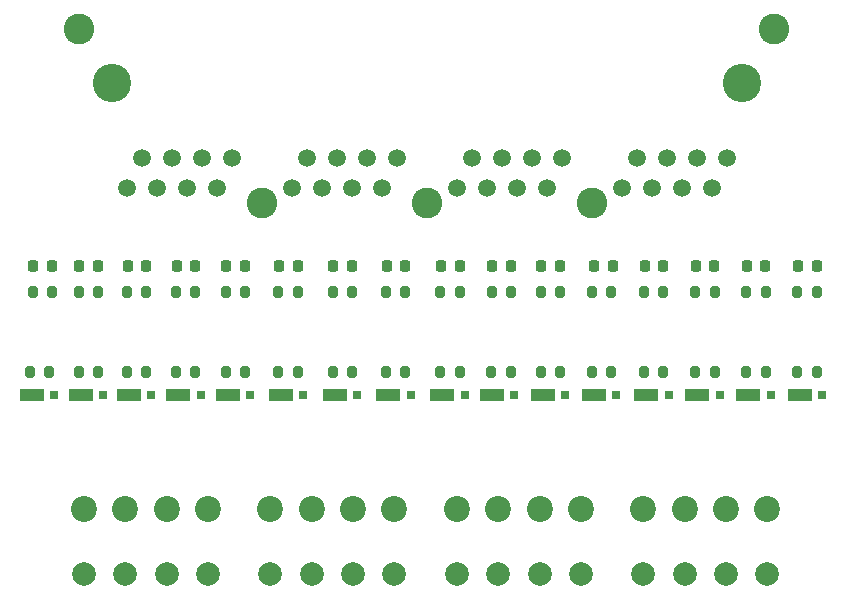
<source format=gbr>
%TF.GenerationSoftware,KiCad,Pcbnew,(6.0.9)*%
%TF.CreationDate,2024-02-02T01:57:23+05:30*%
%TF.ProjectId,RJ45-To-Terminal,524a3435-2d54-46f2-9d54-65726d696e61,2*%
%TF.SameCoordinates,Original*%
%TF.FileFunction,Soldermask,Top*%
%TF.FilePolarity,Negative*%
%FSLAX46Y46*%
G04 Gerber Fmt 4.6, Leading zero omitted, Abs format (unit mm)*
G04 Created by KiCad (PCBNEW (6.0.9)) date 2024-02-02 01:57:23*
%MOMM*%
%LPD*%
G01*
G04 APERTURE LIST*
G04 Aperture macros list*
%AMRoundRect*
0 Rectangle with rounded corners*
0 $1 Rounding radius*
0 $2 $3 $4 $5 $6 $7 $8 $9 X,Y pos of 4 corners*
0 Add a 4 corners polygon primitive as box body*
4,1,4,$2,$3,$4,$5,$6,$7,$8,$9,$2,$3,0*
0 Add four circle primitives for the rounded corners*
1,1,$1+$1,$2,$3*
1,1,$1+$1,$4,$5*
1,1,$1+$1,$6,$7*
1,1,$1+$1,$8,$9*
0 Add four rect primitives between the rounded corners*
20,1,$1+$1,$2,$3,$4,$5,0*
20,1,$1+$1,$4,$5,$6,$7,0*
20,1,$1+$1,$6,$7,$8,$9,0*
20,1,$1+$1,$8,$9,$2,$3,0*%
G04 Aperture macros list end*
%ADD10C,2.200000*%
%ADD11C,2.000000*%
%ADD12RoundRect,0.218750X0.218750X0.256250X-0.218750X0.256250X-0.218750X-0.256250X0.218750X-0.256250X0*%
%ADD13RoundRect,0.200000X-0.200000X-0.275000X0.200000X-0.275000X0.200000X0.275000X-0.200000X0.275000X0*%
%ADD14R,2.000000X1.100000*%
%ADD15R,0.800000X0.800000*%
%ADD16C,3.250000*%
%ADD17C,1.500000*%
%ADD18C,2.600000*%
G04 APERTURE END LIST*
D10*
%TO.C,J18*%
X148105000Y-89093000D03*
X151605000Y-89093000D03*
X155105000Y-89093000D03*
X158605000Y-89093000D03*
%TD*%
D11*
%TO.C,J19*%
X148105000Y-94579000D03*
X151605000Y-94579000D03*
X155105000Y-94579000D03*
X158605000Y-94579000D03*
%TD*%
%TO.C,J17*%
X132314666Y-94579000D03*
X135814666Y-94579000D03*
X139314666Y-94579000D03*
X142814666Y-94579000D03*
%TD*%
D10*
%TO.C,J16*%
X132314666Y-89093000D03*
X135814666Y-89093000D03*
X139314666Y-89093000D03*
X142814666Y-89093000D03*
%TD*%
D11*
%TO.C,J14*%
X116524333Y-94579000D03*
X120024333Y-94579000D03*
X123524333Y-94579000D03*
X127024333Y-94579000D03*
%TD*%
D10*
%TO.C,J13*%
X127024333Y-89093000D03*
X123524333Y-89093000D03*
X120024333Y-89093000D03*
X116524333Y-89093000D03*
%TD*%
D11*
%TO.C,J12*%
X111234000Y-94579000D03*
X107734000Y-94579000D03*
X104234000Y-94579000D03*
X100734000Y-94579000D03*
%TD*%
D10*
%TO.C,J11*%
X111234000Y-89093000D03*
X107734000Y-89093000D03*
X104234000Y-89093000D03*
X100734000Y-89093000D03*
%TD*%
D12*
%TO.C,LED56*%
X118836500Y-68519000D03*
X117261500Y-68519000D03*
%TD*%
D13*
%TO.C,TH59*%
X130893000Y-77468400D03*
X132543000Y-77468400D03*
%TD*%
D14*
%TO.C,D57*%
X121982150Y-79441000D03*
D15*
X123882150Y-79441000D03*
%TD*%
D14*
%TO.C,D61*%
X139607000Y-79441000D03*
D15*
X141507000Y-79441000D03*
%TD*%
D12*
%TO.C,LED66*%
X162767300Y-68519000D03*
X161192300Y-68519000D03*
%TD*%
D14*
%TO.C,D63*%
X148339300Y-79441000D03*
D15*
X150239300Y-79441000D03*
%TD*%
D12*
%TO.C,LED60*%
X136881800Y-68519000D03*
X135306800Y-68519000D03*
%TD*%
D13*
%TO.C,R58*%
X126313500Y-70721700D03*
X127963500Y-70721700D03*
%TD*%
%TO.C,TH54*%
X108533500Y-77468400D03*
X110183500Y-77468400D03*
%TD*%
D12*
%TO.C,LED55*%
X114357000Y-68519000D03*
X112782000Y-68519000D03*
%TD*%
D13*
%TO.C,TH61*%
X139409500Y-77468400D03*
X141059500Y-77468400D03*
%TD*%
D12*
%TO.C,LED58*%
X127946000Y-68519000D03*
X126371000Y-68519000D03*
%TD*%
D13*
%TO.C,R61*%
X139417000Y-70721700D03*
X141067000Y-70721700D03*
%TD*%
D12*
%TO.C,LED63*%
X149781800Y-68519000D03*
X148206800Y-68519000D03*
%TD*%
%TO.C,LED65*%
X158441000Y-68519000D03*
X156866000Y-68519000D03*
%TD*%
D14*
%TO.C,D64*%
X152680500Y-79441000D03*
D15*
X154580500Y-79441000D03*
%TD*%
D13*
%TO.C,R60*%
X135249300Y-70721700D03*
X136899300Y-70721700D03*
%TD*%
D12*
%TO.C,LED57*%
X123408500Y-68519000D03*
X121833500Y-68519000D03*
%TD*%
D14*
%TO.C,D53*%
X104540000Y-79441000D03*
D15*
X106440000Y-79441000D03*
%TD*%
D13*
%TO.C,TH60*%
X135241800Y-77468400D03*
X136891800Y-77468400D03*
%TD*%
%TO.C,R53*%
X104342500Y-70721700D03*
X105992500Y-70721700D03*
%TD*%
%TO.C,TH56*%
X117210500Y-77468400D03*
X118860500Y-77468400D03*
%TD*%
D12*
%TO.C,LED53*%
X106009500Y-68519000D03*
X104434500Y-68519000D03*
%TD*%
D13*
%TO.C,R51*%
X96401400Y-70721700D03*
X98051400Y-70721700D03*
%TD*%
%TO.C,TH53*%
X104342500Y-77468400D03*
X105992500Y-77468400D03*
%TD*%
D12*
%TO.C,LED61*%
X141049500Y-68519000D03*
X139474500Y-68519000D03*
%TD*%
%TO.C,LED64*%
X154123000Y-68519000D03*
X152548000Y-68519000D03*
%TD*%
D13*
%TO.C,R54*%
X108533500Y-70721700D03*
X110183500Y-70721700D03*
%TD*%
%TO.C,TH57*%
X121784650Y-77468400D03*
X123434650Y-77468400D03*
%TD*%
D14*
%TO.C,D55*%
X112922000Y-79441000D03*
D15*
X114822000Y-79441000D03*
%TD*%
D12*
%TO.C,LED52*%
X101911000Y-68519000D03*
X100336000Y-68519000D03*
%TD*%
D13*
%TO.C,R65*%
X156808500Y-70721700D03*
X158458500Y-70721700D03*
%TD*%
%TO.C,TH66*%
X161127300Y-77468400D03*
X162777300Y-77468400D03*
%TD*%
%TO.C,TH55*%
X112724500Y-77468400D03*
X114374500Y-77468400D03*
%TD*%
%TO.C,TH58*%
X126313500Y-77468400D03*
X127963500Y-77468400D03*
%TD*%
%TO.C,R56*%
X117210500Y-70721700D03*
X118860500Y-70721700D03*
%TD*%
D12*
%TO.C,LED59*%
X132552500Y-68519000D03*
X130977500Y-68519000D03*
%TD*%
%TO.C,LED51*%
X98033900Y-68519000D03*
X96458900Y-68519000D03*
%TD*%
D13*
%TO.C,TH62*%
X143720000Y-77468400D03*
X145370000Y-77468400D03*
%TD*%
%TO.C,TH63*%
X148141800Y-77468400D03*
X149791800Y-77468400D03*
%TD*%
%TO.C,R64*%
X152490500Y-70721700D03*
X154140500Y-70721700D03*
%TD*%
D14*
%TO.C,D58*%
X126511000Y-79441000D03*
D15*
X128411000Y-79441000D03*
%TD*%
D13*
%TO.C,R62*%
X143727500Y-70721700D03*
X145377500Y-70721700D03*
%TD*%
D14*
%TO.C,D65*%
X156998500Y-79441000D03*
D15*
X158898500Y-79441000D03*
%TD*%
D14*
%TO.C,D60*%
X135290500Y-79441000D03*
D15*
X137190500Y-79441000D03*
%TD*%
D14*
%TO.C,D52*%
X100476000Y-79441000D03*
D15*
X102376000Y-79441000D03*
%TD*%
D13*
%TO.C,R66*%
X161134800Y-70721700D03*
X162784800Y-70721700D03*
%TD*%
D14*
%TO.C,D54*%
X108731000Y-79441000D03*
D15*
X110631000Y-79441000D03*
%TD*%
D13*
%TO.C,R57*%
X121784650Y-70721700D03*
X123434650Y-70721700D03*
%TD*%
%TO.C,R59*%
X130900500Y-70721700D03*
X132550500Y-70721700D03*
%TD*%
%TO.C,R55*%
X112724500Y-70721700D03*
X114374500Y-70721700D03*
%TD*%
%TO.C,TH51*%
X96142000Y-77468400D03*
X97792000Y-77468400D03*
%TD*%
%TO.C,R52*%
X100278500Y-70721700D03*
X101928500Y-70721700D03*
%TD*%
D14*
%TO.C,D59*%
X131090500Y-79441000D03*
D15*
X132990500Y-79441000D03*
%TD*%
D14*
%TO.C,D56*%
X117408000Y-79441000D03*
D15*
X119308000Y-79441000D03*
%TD*%
D13*
%TO.C,R63*%
X148149300Y-70721700D03*
X149799300Y-70721700D03*
%TD*%
D12*
%TO.C,LED62*%
X145506500Y-68519000D03*
X143931500Y-68519000D03*
%TD*%
D16*
%TO.C,RJ45-1*%
X156428400Y-53049400D03*
X103088400Y-53049400D03*
D17*
X155158400Y-59399400D03*
X153888400Y-61939400D03*
X152618400Y-59399400D03*
X151348400Y-61939400D03*
X150078400Y-59399400D03*
X148808400Y-61939400D03*
X147538400Y-59399400D03*
X146268400Y-61939400D03*
X141188400Y-59399400D03*
X139918400Y-61939400D03*
X138648400Y-59399400D03*
X137378400Y-61939400D03*
X136108400Y-59399400D03*
X134838400Y-61939400D03*
X133568400Y-59399400D03*
X132298400Y-61939400D03*
X127218400Y-59399400D03*
X125948400Y-61939400D03*
X124678400Y-59399400D03*
X123408400Y-61939400D03*
X122138400Y-59399400D03*
X120868400Y-61939400D03*
X119598400Y-59399400D03*
X118328400Y-61939400D03*
X113248400Y-59399400D03*
X111978400Y-61939400D03*
X110708400Y-59399400D03*
X109438400Y-61939400D03*
X108168400Y-59399400D03*
X106898400Y-61939400D03*
X105628400Y-59399400D03*
X104358400Y-61939400D03*
D18*
X115788400Y-63209400D03*
X100358400Y-48479400D03*
X159158400Y-48479400D03*
X129758400Y-63209400D03*
X143728400Y-63209400D03*
%TD*%
D12*
%TO.C,LED54*%
X110166000Y-68519000D03*
X108591000Y-68519000D03*
%TD*%
D13*
%TO.C,TH65*%
X156801000Y-77468400D03*
X158451000Y-77468400D03*
%TD*%
D14*
%TO.C,D51*%
X96339500Y-79441000D03*
D15*
X98239500Y-79441000D03*
%TD*%
D13*
%TO.C,TH52*%
X100278500Y-77468400D03*
X101928500Y-77468400D03*
%TD*%
%TO.C,TH64*%
X152483000Y-77468400D03*
X154133000Y-77468400D03*
%TD*%
D14*
%TO.C,D66*%
X161324800Y-79441000D03*
D15*
X163224800Y-79441000D03*
%TD*%
D14*
%TO.C,D62*%
X143917500Y-79441000D03*
D15*
X145817500Y-79441000D03*
%TD*%
M02*

</source>
